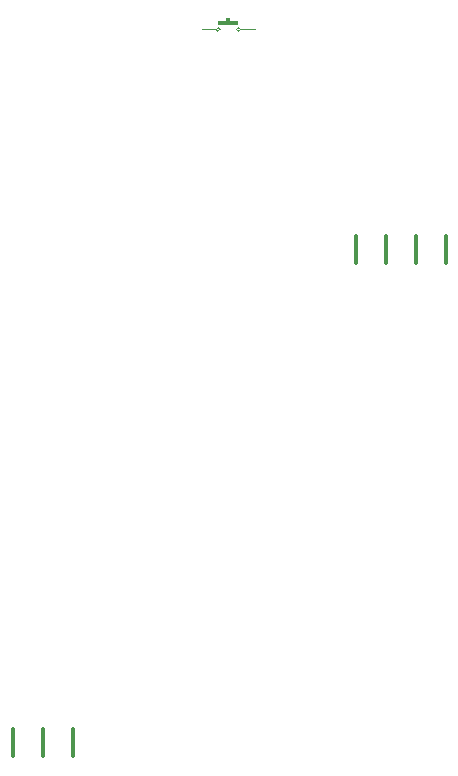
<source format=gbo>
%FSTAX23Y23*%
%MOIN*%
%SFA1B1*%

%IPPOS*%
%ADD12C,0.011811*%
%ADD14C,0.003937*%
%ADD77R,0.068000X0.012000*%
%ADD78R,0.018000X0.012000*%
%LNÎÂÊª¶È¹âÕÕ´«¸Ð-1*%
%LPD*%
G54D12*
X06768Y0306D02*
Y0315D01*
X06868Y0306D02*
Y0315D01*
X06968Y0306D02*
Y0315D01*
X07068Y0306D02*
Y0315D01*
X05824Y01416D02*
Y01506D01*
X05724Y01416D02*
Y01506D01*
X05624Y01416D02*
Y01506D01*
G54D14*
X06316Y03837D02*
D01*
D01*
G75*
G03X06301I-00007J0D01*
G74*G01*
D01*
G75*
G03X06316I00007J0D01*
G74*G01*
X06384D02*
D01*
D01*
G75*
G03X06369I-00007J0D01*
G74*G01*
D01*
G75*
G03X06384I00007J0D01*
G74*G01*
X06254D02*
X06301D01*
X06385D02*
X06432D01*
G54D77*
X06343Y03859D03*
G54D78*
X06343Y03868D03*
M02*
</source>
